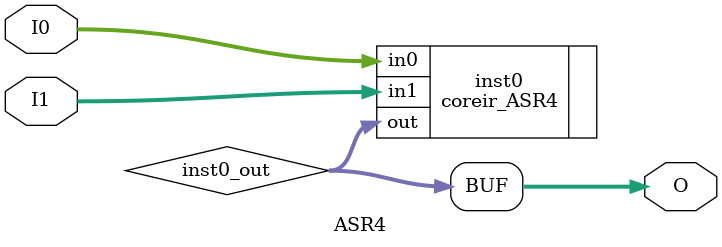
<source format=v>
module ASR4 (input [3:0] I0, input [3:0] I1, output [3:0] O);
wire [3:0] inst0_out;
coreir_ASR4 inst0 (.in0(I0), .in1(I1), .out(inst0_out));
assign O = inst0_out;
endmodule


</source>
